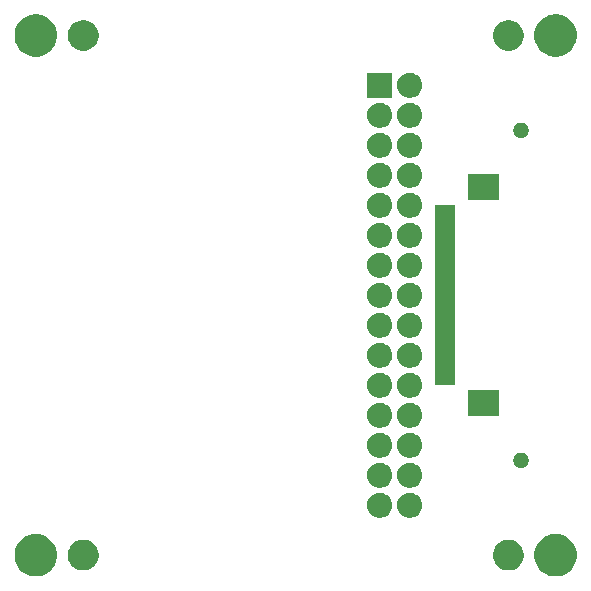
<source format=gbr>
G04 #@! TF.GenerationSoftware,KiCad,Pcbnew,5.0.2-bee76a0~70~ubuntu18.04.1*
G04 #@! TF.CreationDate,2019-06-01T14:58:20+09:00*
G04 #@! TF.ProjectId,top_pcb,746f705f-7063-4622-9e6b-696361645f70,rev?*
G04 #@! TF.SameCoordinates,Original*
G04 #@! TF.FileFunction,Soldermask,Bot*
G04 #@! TF.FilePolarity,Negative*
%FSLAX46Y46*%
G04 Gerber Fmt 4.6, Leading zero omitted, Abs format (unit mm)*
G04 Created by KiCad (PCBNEW 5.0.2-bee76a0~70~ubuntu18.04.1) date 2019年06月01日 14時58分20秒*
%MOMM*%
%LPD*%
G01*
G04 APERTURE LIST*
%ADD10C,0.100000*%
G04 APERTURE END LIST*
D10*
G36*
X147409122Y-95246115D02*
X147525041Y-95269173D01*
X147852620Y-95404861D01*
X148143511Y-95599228D01*
X148147436Y-95601851D01*
X148398149Y-95852564D01*
X148398151Y-95852567D01*
X148595139Y-96147380D01*
X148730827Y-96474959D01*
X148800000Y-96822716D01*
X148800000Y-97177284D01*
X148730827Y-97525041D01*
X148595139Y-97852620D01*
X148400772Y-98143511D01*
X148398149Y-98147436D01*
X148147436Y-98398149D01*
X148147433Y-98398151D01*
X147852620Y-98595139D01*
X147525041Y-98730827D01*
X147409122Y-98753885D01*
X147177286Y-98800000D01*
X146822714Y-98800000D01*
X146590878Y-98753885D01*
X146474959Y-98730827D01*
X146147380Y-98595139D01*
X145852567Y-98398151D01*
X145852564Y-98398149D01*
X145601851Y-98147436D01*
X145599228Y-98143511D01*
X145404861Y-97852620D01*
X145269173Y-97525041D01*
X145200000Y-97177284D01*
X145200000Y-96822716D01*
X145269173Y-96474959D01*
X145404861Y-96147380D01*
X145601849Y-95852567D01*
X145601851Y-95852564D01*
X145852564Y-95601851D01*
X145856489Y-95599228D01*
X146147380Y-95404861D01*
X146474959Y-95269173D01*
X146590878Y-95246115D01*
X146822714Y-95200000D01*
X147177286Y-95200000D01*
X147409122Y-95246115D01*
X147409122Y-95246115D01*
G37*
G36*
X103409122Y-95246115D02*
X103525041Y-95269173D01*
X103852620Y-95404861D01*
X104143511Y-95599228D01*
X104147436Y-95601851D01*
X104398149Y-95852564D01*
X104398151Y-95852567D01*
X104595139Y-96147380D01*
X104730827Y-96474959D01*
X104800000Y-96822716D01*
X104800000Y-97177284D01*
X104730827Y-97525041D01*
X104595139Y-97852620D01*
X104400772Y-98143511D01*
X104398149Y-98147436D01*
X104147436Y-98398149D01*
X104147433Y-98398151D01*
X103852620Y-98595139D01*
X103525041Y-98730827D01*
X103409122Y-98753885D01*
X103177286Y-98800000D01*
X102822714Y-98800000D01*
X102590878Y-98753885D01*
X102474959Y-98730827D01*
X102147380Y-98595139D01*
X101852567Y-98398151D01*
X101852564Y-98398149D01*
X101601851Y-98147436D01*
X101599228Y-98143511D01*
X101404861Y-97852620D01*
X101269173Y-97525041D01*
X101200000Y-97177284D01*
X101200000Y-96822716D01*
X101269173Y-96474959D01*
X101404861Y-96147380D01*
X101601849Y-95852567D01*
X101601851Y-95852564D01*
X101852564Y-95601851D01*
X101856489Y-95599228D01*
X102147380Y-95404861D01*
X102474959Y-95269173D01*
X102590878Y-95246115D01*
X102822714Y-95200000D01*
X103177286Y-95200000D01*
X103409122Y-95246115D01*
X103409122Y-95246115D01*
G37*
G36*
X107379196Y-95749958D02*
X107615780Y-95847954D01*
X107828705Y-95990226D01*
X108009774Y-96171295D01*
X108152046Y-96384220D01*
X108250042Y-96620804D01*
X108300000Y-96871960D01*
X108300000Y-97128040D01*
X108250042Y-97379196D01*
X108152046Y-97615780D01*
X108009774Y-97828705D01*
X107828705Y-98009774D01*
X107615780Y-98152046D01*
X107379196Y-98250042D01*
X107128040Y-98300000D01*
X106871960Y-98300000D01*
X106620804Y-98250042D01*
X106384220Y-98152046D01*
X106171295Y-98009774D01*
X105990226Y-97828705D01*
X105847954Y-97615780D01*
X105749958Y-97379196D01*
X105700000Y-97128040D01*
X105700000Y-96871960D01*
X105749958Y-96620804D01*
X105847954Y-96384220D01*
X105990226Y-96171295D01*
X106171295Y-95990226D01*
X106384220Y-95847954D01*
X106620804Y-95749958D01*
X106871960Y-95700000D01*
X107128040Y-95700000D01*
X107379196Y-95749958D01*
X107379196Y-95749958D01*
G37*
G36*
X143379196Y-95749958D02*
X143615780Y-95847954D01*
X143828705Y-95990226D01*
X144009774Y-96171295D01*
X144152046Y-96384220D01*
X144250042Y-96620804D01*
X144300000Y-96871960D01*
X144300000Y-97128040D01*
X144250042Y-97379196D01*
X144152046Y-97615780D01*
X144009774Y-97828705D01*
X143828705Y-98009774D01*
X143615780Y-98152046D01*
X143379196Y-98250042D01*
X143128040Y-98300000D01*
X142871960Y-98300000D01*
X142620804Y-98250042D01*
X142384220Y-98152046D01*
X142171295Y-98009774D01*
X141990226Y-97828705D01*
X141847954Y-97615780D01*
X141749958Y-97379196D01*
X141700000Y-97128040D01*
X141700000Y-96871960D01*
X141749958Y-96620804D01*
X141847954Y-96384220D01*
X141990226Y-96171295D01*
X142171295Y-95990226D01*
X142384220Y-95847954D01*
X142620804Y-95749958D01*
X142871960Y-95700000D01*
X143128040Y-95700000D01*
X143379196Y-95749958D01*
X143379196Y-95749958D01*
G37*
G36*
X134773707Y-91737597D02*
X134850836Y-91745193D01*
X134982787Y-91785220D01*
X135048763Y-91805233D01*
X135231172Y-91902733D01*
X135391054Y-92033946D01*
X135522267Y-92193828D01*
X135619767Y-92376237D01*
X135619767Y-92376238D01*
X135679807Y-92574164D01*
X135700080Y-92780000D01*
X135679807Y-92985836D01*
X135639780Y-93117787D01*
X135619767Y-93183763D01*
X135522267Y-93366172D01*
X135391054Y-93526054D01*
X135231172Y-93657267D01*
X135048763Y-93754767D01*
X134982787Y-93774780D01*
X134850836Y-93814807D01*
X134773707Y-93822403D01*
X134696580Y-93830000D01*
X134593420Y-93830000D01*
X134516293Y-93822403D01*
X134439164Y-93814807D01*
X134307213Y-93774780D01*
X134241237Y-93754767D01*
X134058828Y-93657267D01*
X133898946Y-93526054D01*
X133767733Y-93366172D01*
X133670233Y-93183763D01*
X133650220Y-93117787D01*
X133610193Y-92985836D01*
X133589920Y-92780000D01*
X133610193Y-92574164D01*
X133670233Y-92376238D01*
X133670233Y-92376237D01*
X133767733Y-92193828D01*
X133898946Y-92033946D01*
X134058828Y-91902733D01*
X134241237Y-91805233D01*
X134307213Y-91785220D01*
X134439164Y-91745193D01*
X134516293Y-91737597D01*
X134593420Y-91730000D01*
X134696580Y-91730000D01*
X134773707Y-91737597D01*
X134773707Y-91737597D01*
G37*
G36*
X132233707Y-91737597D02*
X132310836Y-91745193D01*
X132442787Y-91785220D01*
X132508763Y-91805233D01*
X132691172Y-91902733D01*
X132851054Y-92033946D01*
X132982267Y-92193828D01*
X133079767Y-92376237D01*
X133079767Y-92376238D01*
X133139807Y-92574164D01*
X133160080Y-92780000D01*
X133139807Y-92985836D01*
X133099780Y-93117787D01*
X133079767Y-93183763D01*
X132982267Y-93366172D01*
X132851054Y-93526054D01*
X132691172Y-93657267D01*
X132508763Y-93754767D01*
X132442787Y-93774780D01*
X132310836Y-93814807D01*
X132233707Y-93822403D01*
X132156580Y-93830000D01*
X132053420Y-93830000D01*
X131976293Y-93822403D01*
X131899164Y-93814807D01*
X131767213Y-93774780D01*
X131701237Y-93754767D01*
X131518828Y-93657267D01*
X131358946Y-93526054D01*
X131227733Y-93366172D01*
X131130233Y-93183763D01*
X131110220Y-93117787D01*
X131070193Y-92985836D01*
X131049920Y-92780000D01*
X131070193Y-92574164D01*
X131130233Y-92376238D01*
X131130233Y-92376237D01*
X131227733Y-92193828D01*
X131358946Y-92033946D01*
X131518828Y-91902733D01*
X131701237Y-91805233D01*
X131767213Y-91785220D01*
X131899164Y-91745193D01*
X131976293Y-91737597D01*
X132053420Y-91730000D01*
X132156580Y-91730000D01*
X132233707Y-91737597D01*
X132233707Y-91737597D01*
G37*
G36*
X134773707Y-89197597D02*
X134850836Y-89205193D01*
X134982787Y-89245220D01*
X135048763Y-89265233D01*
X135231172Y-89362733D01*
X135391054Y-89493946D01*
X135522267Y-89653828D01*
X135619767Y-89836237D01*
X135619767Y-89836238D01*
X135679807Y-90034164D01*
X135700080Y-90240000D01*
X135679807Y-90445836D01*
X135639780Y-90577787D01*
X135619767Y-90643763D01*
X135522267Y-90826172D01*
X135391054Y-90986054D01*
X135231172Y-91117267D01*
X135048763Y-91214767D01*
X134982787Y-91234780D01*
X134850836Y-91274807D01*
X134773707Y-91282404D01*
X134696580Y-91290000D01*
X134593420Y-91290000D01*
X134516293Y-91282404D01*
X134439164Y-91274807D01*
X134307213Y-91234780D01*
X134241237Y-91214767D01*
X134058828Y-91117267D01*
X133898946Y-90986054D01*
X133767733Y-90826172D01*
X133670233Y-90643763D01*
X133650220Y-90577787D01*
X133610193Y-90445836D01*
X133589920Y-90240000D01*
X133610193Y-90034164D01*
X133670233Y-89836238D01*
X133670233Y-89836237D01*
X133767733Y-89653828D01*
X133898946Y-89493946D01*
X134058828Y-89362733D01*
X134241237Y-89265233D01*
X134307213Y-89245220D01*
X134439164Y-89205193D01*
X134516293Y-89197597D01*
X134593420Y-89190000D01*
X134696580Y-89190000D01*
X134773707Y-89197597D01*
X134773707Y-89197597D01*
G37*
G36*
X132233707Y-89197597D02*
X132310836Y-89205193D01*
X132442787Y-89245220D01*
X132508763Y-89265233D01*
X132691172Y-89362733D01*
X132851054Y-89493946D01*
X132982267Y-89653828D01*
X133079767Y-89836237D01*
X133079767Y-89836238D01*
X133139807Y-90034164D01*
X133160080Y-90240000D01*
X133139807Y-90445836D01*
X133099780Y-90577787D01*
X133079767Y-90643763D01*
X132982267Y-90826172D01*
X132851054Y-90986054D01*
X132691172Y-91117267D01*
X132508763Y-91214767D01*
X132442787Y-91234780D01*
X132310836Y-91274807D01*
X132233707Y-91282404D01*
X132156580Y-91290000D01*
X132053420Y-91290000D01*
X131976293Y-91282404D01*
X131899164Y-91274807D01*
X131767213Y-91234780D01*
X131701237Y-91214767D01*
X131518828Y-91117267D01*
X131358946Y-90986054D01*
X131227733Y-90826172D01*
X131130233Y-90643763D01*
X131110220Y-90577787D01*
X131070193Y-90445836D01*
X131049920Y-90240000D01*
X131070193Y-90034164D01*
X131130233Y-89836238D01*
X131130233Y-89836237D01*
X131227733Y-89653828D01*
X131358946Y-89493946D01*
X131518828Y-89362733D01*
X131701237Y-89265233D01*
X131767213Y-89245220D01*
X131899164Y-89205193D01*
X131976293Y-89197597D01*
X132053420Y-89190000D01*
X132156580Y-89190000D01*
X132233707Y-89197597D01*
X132233707Y-89197597D01*
G37*
G36*
X144221738Y-88336653D02*
X144263598Y-88344979D01*
X144298245Y-88359330D01*
X144381890Y-88393977D01*
X144488354Y-88465114D01*
X144578886Y-88555646D01*
X144650023Y-88662110D01*
X144699021Y-88780403D01*
X144724000Y-88905979D01*
X144724000Y-89034021D01*
X144699021Y-89159597D01*
X144650023Y-89277890D01*
X144578886Y-89384354D01*
X144488354Y-89474886D01*
X144381890Y-89546023D01*
X144298245Y-89580670D01*
X144263598Y-89595021D01*
X144221738Y-89603347D01*
X144138021Y-89620000D01*
X144009979Y-89620000D01*
X143926262Y-89603347D01*
X143884402Y-89595021D01*
X143849755Y-89580670D01*
X143766110Y-89546023D01*
X143659646Y-89474886D01*
X143569114Y-89384354D01*
X143497977Y-89277890D01*
X143448979Y-89159597D01*
X143424000Y-89034021D01*
X143424000Y-88905979D01*
X143448979Y-88780403D01*
X143497977Y-88662110D01*
X143569114Y-88555646D01*
X143659646Y-88465114D01*
X143766110Y-88393977D01*
X143849755Y-88359330D01*
X143884402Y-88344979D01*
X143926262Y-88336653D01*
X144009979Y-88320000D01*
X144138021Y-88320000D01*
X144221738Y-88336653D01*
X144221738Y-88336653D01*
G37*
G36*
X132233707Y-86657597D02*
X132310836Y-86665193D01*
X132442787Y-86705220D01*
X132508763Y-86725233D01*
X132691172Y-86822733D01*
X132851054Y-86953946D01*
X132982267Y-87113828D01*
X133079767Y-87296237D01*
X133079767Y-87296238D01*
X133139807Y-87494164D01*
X133160080Y-87700000D01*
X133139807Y-87905836D01*
X133099780Y-88037787D01*
X133079767Y-88103763D01*
X132982267Y-88286172D01*
X132851054Y-88446054D01*
X132691172Y-88577267D01*
X132508763Y-88674767D01*
X132442787Y-88694780D01*
X132310836Y-88734807D01*
X132233707Y-88742403D01*
X132156580Y-88750000D01*
X132053420Y-88750000D01*
X131976293Y-88742403D01*
X131899164Y-88734807D01*
X131767213Y-88694780D01*
X131701237Y-88674767D01*
X131518828Y-88577267D01*
X131358946Y-88446054D01*
X131227733Y-88286172D01*
X131130233Y-88103763D01*
X131110220Y-88037787D01*
X131070193Y-87905836D01*
X131049920Y-87700000D01*
X131070193Y-87494164D01*
X131130233Y-87296238D01*
X131130233Y-87296237D01*
X131227733Y-87113828D01*
X131358946Y-86953946D01*
X131518828Y-86822733D01*
X131701237Y-86725233D01*
X131767213Y-86705220D01*
X131899164Y-86665193D01*
X131976293Y-86657597D01*
X132053420Y-86650000D01*
X132156580Y-86650000D01*
X132233707Y-86657597D01*
X132233707Y-86657597D01*
G37*
G36*
X134773707Y-86657597D02*
X134850836Y-86665193D01*
X134982787Y-86705220D01*
X135048763Y-86725233D01*
X135231172Y-86822733D01*
X135391054Y-86953946D01*
X135522267Y-87113828D01*
X135619767Y-87296237D01*
X135619767Y-87296238D01*
X135679807Y-87494164D01*
X135700080Y-87700000D01*
X135679807Y-87905836D01*
X135639780Y-88037787D01*
X135619767Y-88103763D01*
X135522267Y-88286172D01*
X135391054Y-88446054D01*
X135231172Y-88577267D01*
X135048763Y-88674767D01*
X134982787Y-88694780D01*
X134850836Y-88734807D01*
X134773707Y-88742403D01*
X134696580Y-88750000D01*
X134593420Y-88750000D01*
X134516293Y-88742403D01*
X134439164Y-88734807D01*
X134307213Y-88694780D01*
X134241237Y-88674767D01*
X134058828Y-88577267D01*
X133898946Y-88446054D01*
X133767733Y-88286172D01*
X133670233Y-88103763D01*
X133650220Y-88037787D01*
X133610193Y-87905836D01*
X133589920Y-87700000D01*
X133610193Y-87494164D01*
X133670233Y-87296238D01*
X133670233Y-87296237D01*
X133767733Y-87113828D01*
X133898946Y-86953946D01*
X134058828Y-86822733D01*
X134241237Y-86725233D01*
X134307213Y-86705220D01*
X134439164Y-86665193D01*
X134516293Y-86657597D01*
X134593420Y-86650000D01*
X134696580Y-86650000D01*
X134773707Y-86657597D01*
X134773707Y-86657597D01*
G37*
G36*
X132233707Y-84117597D02*
X132310836Y-84125193D01*
X132442787Y-84165220D01*
X132508763Y-84185233D01*
X132691172Y-84282733D01*
X132851054Y-84413946D01*
X132982267Y-84573828D01*
X133079767Y-84756237D01*
X133079767Y-84756238D01*
X133139807Y-84954164D01*
X133160080Y-85160000D01*
X133139807Y-85365836D01*
X133099780Y-85497787D01*
X133079767Y-85563763D01*
X132982267Y-85746172D01*
X132851054Y-85906054D01*
X132691172Y-86037267D01*
X132508763Y-86134767D01*
X132442787Y-86154780D01*
X132310836Y-86194807D01*
X132233707Y-86202404D01*
X132156580Y-86210000D01*
X132053420Y-86210000D01*
X131976293Y-86202404D01*
X131899164Y-86194807D01*
X131767213Y-86154780D01*
X131701237Y-86134767D01*
X131518828Y-86037267D01*
X131358946Y-85906054D01*
X131227733Y-85746172D01*
X131130233Y-85563763D01*
X131110220Y-85497787D01*
X131070193Y-85365836D01*
X131049920Y-85160000D01*
X131070193Y-84954164D01*
X131130233Y-84756238D01*
X131130233Y-84756237D01*
X131227733Y-84573828D01*
X131358946Y-84413946D01*
X131518828Y-84282733D01*
X131701237Y-84185233D01*
X131767213Y-84165220D01*
X131899164Y-84125193D01*
X131976293Y-84117597D01*
X132053420Y-84110000D01*
X132156580Y-84110000D01*
X132233707Y-84117597D01*
X132233707Y-84117597D01*
G37*
G36*
X134773707Y-84117597D02*
X134850836Y-84125193D01*
X134982787Y-84165220D01*
X135048763Y-84185233D01*
X135231172Y-84282733D01*
X135391054Y-84413946D01*
X135522267Y-84573828D01*
X135619767Y-84756237D01*
X135619767Y-84756238D01*
X135679807Y-84954164D01*
X135700080Y-85160000D01*
X135679807Y-85365836D01*
X135639780Y-85497787D01*
X135619767Y-85563763D01*
X135522267Y-85746172D01*
X135391054Y-85906054D01*
X135231172Y-86037267D01*
X135048763Y-86134767D01*
X134982787Y-86154780D01*
X134850836Y-86194807D01*
X134773707Y-86202404D01*
X134696580Y-86210000D01*
X134593420Y-86210000D01*
X134516293Y-86202404D01*
X134439164Y-86194807D01*
X134307213Y-86154780D01*
X134241237Y-86134767D01*
X134058828Y-86037267D01*
X133898946Y-85906054D01*
X133767733Y-85746172D01*
X133670233Y-85563763D01*
X133650220Y-85497787D01*
X133610193Y-85365836D01*
X133589920Y-85160000D01*
X133610193Y-84954164D01*
X133670233Y-84756238D01*
X133670233Y-84756237D01*
X133767733Y-84573828D01*
X133898946Y-84413946D01*
X134058828Y-84282733D01*
X134241237Y-84185233D01*
X134307213Y-84165220D01*
X134439164Y-84125193D01*
X134516293Y-84117597D01*
X134593420Y-84110000D01*
X134696580Y-84110000D01*
X134773707Y-84117597D01*
X134773707Y-84117597D01*
G37*
G36*
X142200000Y-85250000D02*
X139600000Y-85250000D01*
X139600000Y-83050000D01*
X142200000Y-83050000D01*
X142200000Y-85250000D01*
X142200000Y-85250000D01*
G37*
G36*
X134773707Y-81577597D02*
X134850836Y-81585193D01*
X134982787Y-81625220D01*
X135048763Y-81645233D01*
X135231172Y-81742733D01*
X135391054Y-81873946D01*
X135522267Y-82033828D01*
X135619767Y-82216237D01*
X135619767Y-82216238D01*
X135679807Y-82414164D01*
X135700080Y-82620000D01*
X135679807Y-82825836D01*
X135639780Y-82957787D01*
X135619767Y-83023763D01*
X135522267Y-83206172D01*
X135391054Y-83366054D01*
X135231172Y-83497267D01*
X135048763Y-83594767D01*
X134982787Y-83614780D01*
X134850836Y-83654807D01*
X134773707Y-83662403D01*
X134696580Y-83670000D01*
X134593420Y-83670000D01*
X134516293Y-83662403D01*
X134439164Y-83654807D01*
X134307213Y-83614780D01*
X134241237Y-83594767D01*
X134058828Y-83497267D01*
X133898946Y-83366054D01*
X133767733Y-83206172D01*
X133670233Y-83023763D01*
X133650220Y-82957787D01*
X133610193Y-82825836D01*
X133589920Y-82620000D01*
X133610193Y-82414164D01*
X133670233Y-82216238D01*
X133670233Y-82216237D01*
X133767733Y-82033828D01*
X133898946Y-81873946D01*
X134058828Y-81742733D01*
X134241237Y-81645233D01*
X134307213Y-81625220D01*
X134439164Y-81585193D01*
X134516293Y-81577597D01*
X134593420Y-81570000D01*
X134696580Y-81570000D01*
X134773707Y-81577597D01*
X134773707Y-81577597D01*
G37*
G36*
X132233707Y-81577597D02*
X132310836Y-81585193D01*
X132442787Y-81625220D01*
X132508763Y-81645233D01*
X132691172Y-81742733D01*
X132851054Y-81873946D01*
X132982267Y-82033828D01*
X133079767Y-82216237D01*
X133079767Y-82216238D01*
X133139807Y-82414164D01*
X133160080Y-82620000D01*
X133139807Y-82825836D01*
X133099780Y-82957787D01*
X133079767Y-83023763D01*
X132982267Y-83206172D01*
X132851054Y-83366054D01*
X132691172Y-83497267D01*
X132508763Y-83594767D01*
X132442787Y-83614780D01*
X132310836Y-83654807D01*
X132233707Y-83662403D01*
X132156580Y-83670000D01*
X132053420Y-83670000D01*
X131976293Y-83662403D01*
X131899164Y-83654807D01*
X131767213Y-83614780D01*
X131701237Y-83594767D01*
X131518828Y-83497267D01*
X131358946Y-83366054D01*
X131227733Y-83206172D01*
X131130233Y-83023763D01*
X131110220Y-82957787D01*
X131070193Y-82825836D01*
X131049920Y-82620000D01*
X131070193Y-82414164D01*
X131130233Y-82216238D01*
X131130233Y-82216237D01*
X131227733Y-82033828D01*
X131358946Y-81873946D01*
X131518828Y-81742733D01*
X131701237Y-81645233D01*
X131767213Y-81625220D01*
X131899164Y-81585193D01*
X131976293Y-81577597D01*
X132053420Y-81570000D01*
X132156580Y-81570000D01*
X132233707Y-81577597D01*
X132233707Y-81577597D01*
G37*
G36*
X138500000Y-82600000D02*
X136800000Y-82600000D01*
X136800000Y-67400000D01*
X138500000Y-67400000D01*
X138500000Y-82600000D01*
X138500000Y-82600000D01*
G37*
G36*
X134773707Y-79037597D02*
X134850836Y-79045193D01*
X134982787Y-79085220D01*
X135048763Y-79105233D01*
X135231172Y-79202733D01*
X135391054Y-79333946D01*
X135522267Y-79493828D01*
X135619767Y-79676237D01*
X135619767Y-79676238D01*
X135679807Y-79874164D01*
X135700080Y-80080000D01*
X135679807Y-80285836D01*
X135645176Y-80400000D01*
X135619767Y-80483763D01*
X135522267Y-80666172D01*
X135391054Y-80826054D01*
X135231172Y-80957267D01*
X135048763Y-81054767D01*
X134982787Y-81074780D01*
X134850836Y-81114807D01*
X134773707Y-81122404D01*
X134696580Y-81130000D01*
X134593420Y-81130000D01*
X134516293Y-81122404D01*
X134439164Y-81114807D01*
X134307213Y-81074780D01*
X134241237Y-81054767D01*
X134058828Y-80957267D01*
X133898946Y-80826054D01*
X133767733Y-80666172D01*
X133670233Y-80483763D01*
X133644824Y-80400000D01*
X133610193Y-80285836D01*
X133589920Y-80080000D01*
X133610193Y-79874164D01*
X133670233Y-79676238D01*
X133670233Y-79676237D01*
X133767733Y-79493828D01*
X133898946Y-79333946D01*
X134058828Y-79202733D01*
X134241237Y-79105233D01*
X134307213Y-79085220D01*
X134439164Y-79045193D01*
X134516293Y-79037597D01*
X134593420Y-79030000D01*
X134696580Y-79030000D01*
X134773707Y-79037597D01*
X134773707Y-79037597D01*
G37*
G36*
X132233707Y-79037597D02*
X132310836Y-79045193D01*
X132442787Y-79085220D01*
X132508763Y-79105233D01*
X132691172Y-79202733D01*
X132851054Y-79333946D01*
X132982267Y-79493828D01*
X133079767Y-79676237D01*
X133079767Y-79676238D01*
X133139807Y-79874164D01*
X133160080Y-80080000D01*
X133139807Y-80285836D01*
X133105176Y-80400000D01*
X133079767Y-80483763D01*
X132982267Y-80666172D01*
X132851054Y-80826054D01*
X132691172Y-80957267D01*
X132508763Y-81054767D01*
X132442787Y-81074780D01*
X132310836Y-81114807D01*
X132233707Y-81122404D01*
X132156580Y-81130000D01*
X132053420Y-81130000D01*
X131976293Y-81122404D01*
X131899164Y-81114807D01*
X131767213Y-81074780D01*
X131701237Y-81054767D01*
X131518828Y-80957267D01*
X131358946Y-80826054D01*
X131227733Y-80666172D01*
X131130233Y-80483763D01*
X131104824Y-80400000D01*
X131070193Y-80285836D01*
X131049920Y-80080000D01*
X131070193Y-79874164D01*
X131130233Y-79676238D01*
X131130233Y-79676237D01*
X131227733Y-79493828D01*
X131358946Y-79333946D01*
X131518828Y-79202733D01*
X131701237Y-79105233D01*
X131767213Y-79085220D01*
X131899164Y-79045193D01*
X131976293Y-79037597D01*
X132053420Y-79030000D01*
X132156580Y-79030000D01*
X132233707Y-79037597D01*
X132233707Y-79037597D01*
G37*
G36*
X132233707Y-76497597D02*
X132310836Y-76505193D01*
X132442787Y-76545220D01*
X132508763Y-76565233D01*
X132691172Y-76662733D01*
X132851054Y-76793946D01*
X132982267Y-76953828D01*
X133079767Y-77136237D01*
X133079767Y-77136238D01*
X133139807Y-77334164D01*
X133160080Y-77540000D01*
X133139807Y-77745836D01*
X133099780Y-77877787D01*
X133079767Y-77943763D01*
X132982267Y-78126172D01*
X132851054Y-78286054D01*
X132691172Y-78417267D01*
X132508763Y-78514767D01*
X132442787Y-78534780D01*
X132310836Y-78574807D01*
X132233707Y-78582404D01*
X132156580Y-78590000D01*
X132053420Y-78590000D01*
X131976293Y-78582404D01*
X131899164Y-78574807D01*
X131767213Y-78534780D01*
X131701237Y-78514767D01*
X131518828Y-78417267D01*
X131358946Y-78286054D01*
X131227733Y-78126172D01*
X131130233Y-77943763D01*
X131110220Y-77877787D01*
X131070193Y-77745836D01*
X131049920Y-77540000D01*
X131070193Y-77334164D01*
X131130233Y-77136238D01*
X131130233Y-77136237D01*
X131227733Y-76953828D01*
X131358946Y-76793946D01*
X131518828Y-76662733D01*
X131701237Y-76565233D01*
X131767213Y-76545220D01*
X131899164Y-76505193D01*
X131976293Y-76497597D01*
X132053420Y-76490000D01*
X132156580Y-76490000D01*
X132233707Y-76497597D01*
X132233707Y-76497597D01*
G37*
G36*
X134773707Y-76497597D02*
X134850836Y-76505193D01*
X134982787Y-76545220D01*
X135048763Y-76565233D01*
X135231172Y-76662733D01*
X135391054Y-76793946D01*
X135522267Y-76953828D01*
X135619767Y-77136237D01*
X135619767Y-77136238D01*
X135679807Y-77334164D01*
X135700080Y-77540000D01*
X135679807Y-77745836D01*
X135639780Y-77877787D01*
X135619767Y-77943763D01*
X135522267Y-78126172D01*
X135391054Y-78286054D01*
X135231172Y-78417267D01*
X135048763Y-78514767D01*
X134982787Y-78534780D01*
X134850836Y-78574807D01*
X134773707Y-78582404D01*
X134696580Y-78590000D01*
X134593420Y-78590000D01*
X134516293Y-78582404D01*
X134439164Y-78574807D01*
X134307213Y-78534780D01*
X134241237Y-78514767D01*
X134058828Y-78417267D01*
X133898946Y-78286054D01*
X133767733Y-78126172D01*
X133670233Y-77943763D01*
X133650220Y-77877787D01*
X133610193Y-77745836D01*
X133589920Y-77540000D01*
X133610193Y-77334164D01*
X133670233Y-77136238D01*
X133670233Y-77136237D01*
X133767733Y-76953828D01*
X133898946Y-76793946D01*
X134058828Y-76662733D01*
X134241237Y-76565233D01*
X134307213Y-76545220D01*
X134439164Y-76505193D01*
X134516293Y-76497597D01*
X134593420Y-76490000D01*
X134696580Y-76490000D01*
X134773707Y-76497597D01*
X134773707Y-76497597D01*
G37*
G36*
X132233707Y-73957596D02*
X132310836Y-73965193D01*
X132442787Y-74005220D01*
X132508763Y-74025233D01*
X132691172Y-74122733D01*
X132851054Y-74253946D01*
X132982267Y-74413828D01*
X133079767Y-74596237D01*
X133079767Y-74596238D01*
X133139807Y-74794164D01*
X133160080Y-75000000D01*
X133139807Y-75205836D01*
X133099780Y-75337787D01*
X133079767Y-75403763D01*
X132982267Y-75586172D01*
X132851054Y-75746054D01*
X132691172Y-75877267D01*
X132508763Y-75974767D01*
X132442787Y-75994780D01*
X132310836Y-76034807D01*
X132233707Y-76042404D01*
X132156580Y-76050000D01*
X132053420Y-76050000D01*
X131976293Y-76042404D01*
X131899164Y-76034807D01*
X131767213Y-75994780D01*
X131701237Y-75974767D01*
X131518828Y-75877267D01*
X131358946Y-75746054D01*
X131227733Y-75586172D01*
X131130233Y-75403763D01*
X131110220Y-75337787D01*
X131070193Y-75205836D01*
X131049920Y-75000000D01*
X131070193Y-74794164D01*
X131130233Y-74596238D01*
X131130233Y-74596237D01*
X131227733Y-74413828D01*
X131358946Y-74253946D01*
X131518828Y-74122733D01*
X131701237Y-74025233D01*
X131767213Y-74005220D01*
X131899164Y-73965193D01*
X131976293Y-73957596D01*
X132053420Y-73950000D01*
X132156580Y-73950000D01*
X132233707Y-73957596D01*
X132233707Y-73957596D01*
G37*
G36*
X134773707Y-73957596D02*
X134850836Y-73965193D01*
X134982787Y-74005220D01*
X135048763Y-74025233D01*
X135231172Y-74122733D01*
X135391054Y-74253946D01*
X135522267Y-74413828D01*
X135619767Y-74596237D01*
X135619767Y-74596238D01*
X135679807Y-74794164D01*
X135700080Y-75000000D01*
X135679807Y-75205836D01*
X135639780Y-75337787D01*
X135619767Y-75403763D01*
X135522267Y-75586172D01*
X135391054Y-75746054D01*
X135231172Y-75877267D01*
X135048763Y-75974767D01*
X134982787Y-75994780D01*
X134850836Y-76034807D01*
X134773707Y-76042404D01*
X134696580Y-76050000D01*
X134593420Y-76050000D01*
X134516293Y-76042404D01*
X134439164Y-76034807D01*
X134307213Y-75994780D01*
X134241237Y-75974767D01*
X134058828Y-75877267D01*
X133898946Y-75746054D01*
X133767733Y-75586172D01*
X133670233Y-75403763D01*
X133650220Y-75337787D01*
X133610193Y-75205836D01*
X133589920Y-75000000D01*
X133610193Y-74794164D01*
X133670233Y-74596238D01*
X133670233Y-74596237D01*
X133767733Y-74413828D01*
X133898946Y-74253946D01*
X134058828Y-74122733D01*
X134241237Y-74025233D01*
X134307213Y-74005220D01*
X134439164Y-73965193D01*
X134516293Y-73957596D01*
X134593420Y-73950000D01*
X134696580Y-73950000D01*
X134773707Y-73957596D01*
X134773707Y-73957596D01*
G37*
G36*
X134773707Y-71417596D02*
X134850836Y-71425193D01*
X134982787Y-71465220D01*
X135048763Y-71485233D01*
X135231172Y-71582733D01*
X135391054Y-71713946D01*
X135522267Y-71873828D01*
X135619767Y-72056237D01*
X135619767Y-72056238D01*
X135679807Y-72254164D01*
X135700080Y-72460000D01*
X135679807Y-72665836D01*
X135639780Y-72797787D01*
X135619767Y-72863763D01*
X135522267Y-73046172D01*
X135391054Y-73206054D01*
X135231172Y-73337267D01*
X135048763Y-73434767D01*
X134982787Y-73454780D01*
X134850836Y-73494807D01*
X134773707Y-73502404D01*
X134696580Y-73510000D01*
X134593420Y-73510000D01*
X134516293Y-73502404D01*
X134439164Y-73494807D01*
X134307213Y-73454780D01*
X134241237Y-73434767D01*
X134058828Y-73337267D01*
X133898946Y-73206054D01*
X133767733Y-73046172D01*
X133670233Y-72863763D01*
X133650220Y-72797787D01*
X133610193Y-72665836D01*
X133589920Y-72460000D01*
X133610193Y-72254164D01*
X133670233Y-72056238D01*
X133670233Y-72056237D01*
X133767733Y-71873828D01*
X133898946Y-71713946D01*
X134058828Y-71582733D01*
X134241237Y-71485233D01*
X134307213Y-71465220D01*
X134439164Y-71425193D01*
X134516293Y-71417596D01*
X134593420Y-71410000D01*
X134696580Y-71410000D01*
X134773707Y-71417596D01*
X134773707Y-71417596D01*
G37*
G36*
X132233707Y-71417596D02*
X132310836Y-71425193D01*
X132442787Y-71465220D01*
X132508763Y-71485233D01*
X132691172Y-71582733D01*
X132851054Y-71713946D01*
X132982267Y-71873828D01*
X133079767Y-72056237D01*
X133079767Y-72056238D01*
X133139807Y-72254164D01*
X133160080Y-72460000D01*
X133139807Y-72665836D01*
X133099780Y-72797787D01*
X133079767Y-72863763D01*
X132982267Y-73046172D01*
X132851054Y-73206054D01*
X132691172Y-73337267D01*
X132508763Y-73434767D01*
X132442787Y-73454780D01*
X132310836Y-73494807D01*
X132233707Y-73502404D01*
X132156580Y-73510000D01*
X132053420Y-73510000D01*
X131976293Y-73502404D01*
X131899164Y-73494807D01*
X131767213Y-73454780D01*
X131701237Y-73434767D01*
X131518828Y-73337267D01*
X131358946Y-73206054D01*
X131227733Y-73046172D01*
X131130233Y-72863763D01*
X131110220Y-72797787D01*
X131070193Y-72665836D01*
X131049920Y-72460000D01*
X131070193Y-72254164D01*
X131130233Y-72056238D01*
X131130233Y-72056237D01*
X131227733Y-71873828D01*
X131358946Y-71713946D01*
X131518828Y-71582733D01*
X131701237Y-71485233D01*
X131767213Y-71465220D01*
X131899164Y-71425193D01*
X131976293Y-71417596D01*
X132053420Y-71410000D01*
X132156580Y-71410000D01*
X132233707Y-71417596D01*
X132233707Y-71417596D01*
G37*
G36*
X132233707Y-68877596D02*
X132310836Y-68885193D01*
X132442787Y-68925220D01*
X132508763Y-68945233D01*
X132691172Y-69042733D01*
X132851054Y-69173946D01*
X132982267Y-69333828D01*
X133079767Y-69516237D01*
X133079767Y-69516238D01*
X133139807Y-69714164D01*
X133160080Y-69920000D01*
X133139807Y-70125836D01*
X133099780Y-70257787D01*
X133079767Y-70323763D01*
X132982267Y-70506172D01*
X132851054Y-70666054D01*
X132691172Y-70797267D01*
X132508763Y-70894767D01*
X132442787Y-70914780D01*
X132310836Y-70954807D01*
X132233707Y-70962404D01*
X132156580Y-70970000D01*
X132053420Y-70970000D01*
X131976293Y-70962404D01*
X131899164Y-70954807D01*
X131767213Y-70914780D01*
X131701237Y-70894767D01*
X131518828Y-70797267D01*
X131358946Y-70666054D01*
X131227733Y-70506172D01*
X131130233Y-70323763D01*
X131110220Y-70257787D01*
X131070193Y-70125836D01*
X131049920Y-69920000D01*
X131070193Y-69714164D01*
X131130233Y-69516238D01*
X131130233Y-69516237D01*
X131227733Y-69333828D01*
X131358946Y-69173946D01*
X131518828Y-69042733D01*
X131701237Y-68945233D01*
X131767213Y-68925220D01*
X131899164Y-68885193D01*
X131976293Y-68877596D01*
X132053420Y-68870000D01*
X132156580Y-68870000D01*
X132233707Y-68877596D01*
X132233707Y-68877596D01*
G37*
G36*
X134773707Y-68877596D02*
X134850836Y-68885193D01*
X134982787Y-68925220D01*
X135048763Y-68945233D01*
X135231172Y-69042733D01*
X135391054Y-69173946D01*
X135522267Y-69333828D01*
X135619767Y-69516237D01*
X135619767Y-69516238D01*
X135679807Y-69714164D01*
X135700080Y-69920000D01*
X135679807Y-70125836D01*
X135639780Y-70257787D01*
X135619767Y-70323763D01*
X135522267Y-70506172D01*
X135391054Y-70666054D01*
X135231172Y-70797267D01*
X135048763Y-70894767D01*
X134982787Y-70914780D01*
X134850836Y-70954807D01*
X134773707Y-70962404D01*
X134696580Y-70970000D01*
X134593420Y-70970000D01*
X134516293Y-70962404D01*
X134439164Y-70954807D01*
X134307213Y-70914780D01*
X134241237Y-70894767D01*
X134058828Y-70797267D01*
X133898946Y-70666054D01*
X133767733Y-70506172D01*
X133670233Y-70323763D01*
X133650220Y-70257787D01*
X133610193Y-70125836D01*
X133589920Y-69920000D01*
X133610193Y-69714164D01*
X133670233Y-69516238D01*
X133670233Y-69516237D01*
X133767733Y-69333828D01*
X133898946Y-69173946D01*
X134058828Y-69042733D01*
X134241237Y-68945233D01*
X134307213Y-68925220D01*
X134439164Y-68885193D01*
X134516293Y-68877596D01*
X134593420Y-68870000D01*
X134696580Y-68870000D01*
X134773707Y-68877596D01*
X134773707Y-68877596D01*
G37*
G36*
X132233707Y-66337596D02*
X132310836Y-66345193D01*
X132442787Y-66385220D01*
X132508763Y-66405233D01*
X132691172Y-66502733D01*
X132851054Y-66633946D01*
X132982267Y-66793828D01*
X133079767Y-66976237D01*
X133079767Y-66976238D01*
X133139807Y-67174164D01*
X133160080Y-67380000D01*
X133139807Y-67585836D01*
X133099780Y-67717787D01*
X133079767Y-67783763D01*
X132982267Y-67966172D01*
X132851054Y-68126054D01*
X132691172Y-68257267D01*
X132508763Y-68354767D01*
X132442787Y-68374780D01*
X132310836Y-68414807D01*
X132233707Y-68422403D01*
X132156580Y-68430000D01*
X132053420Y-68430000D01*
X131976293Y-68422403D01*
X131899164Y-68414807D01*
X131767213Y-68374780D01*
X131701237Y-68354767D01*
X131518828Y-68257267D01*
X131358946Y-68126054D01*
X131227733Y-67966172D01*
X131130233Y-67783763D01*
X131110220Y-67717787D01*
X131070193Y-67585836D01*
X131049920Y-67380000D01*
X131070193Y-67174164D01*
X131130233Y-66976238D01*
X131130233Y-66976237D01*
X131227733Y-66793828D01*
X131358946Y-66633946D01*
X131518828Y-66502733D01*
X131701237Y-66405233D01*
X131767213Y-66385220D01*
X131899164Y-66345193D01*
X131976293Y-66337596D01*
X132053420Y-66330000D01*
X132156580Y-66330000D01*
X132233707Y-66337596D01*
X132233707Y-66337596D01*
G37*
G36*
X134773707Y-66337596D02*
X134850836Y-66345193D01*
X134982787Y-66385220D01*
X135048763Y-66405233D01*
X135231172Y-66502733D01*
X135391054Y-66633946D01*
X135522267Y-66793828D01*
X135619767Y-66976237D01*
X135619767Y-66976238D01*
X135679807Y-67174164D01*
X135700080Y-67380000D01*
X135679807Y-67585836D01*
X135639780Y-67717787D01*
X135619767Y-67783763D01*
X135522267Y-67966172D01*
X135391054Y-68126054D01*
X135231172Y-68257267D01*
X135048763Y-68354767D01*
X134982787Y-68374780D01*
X134850836Y-68414807D01*
X134773707Y-68422403D01*
X134696580Y-68430000D01*
X134593420Y-68430000D01*
X134516293Y-68422403D01*
X134439164Y-68414807D01*
X134307213Y-68374780D01*
X134241237Y-68354767D01*
X134058828Y-68257267D01*
X133898946Y-68126054D01*
X133767733Y-67966172D01*
X133670233Y-67783763D01*
X133650220Y-67717787D01*
X133610193Y-67585836D01*
X133589920Y-67380000D01*
X133610193Y-67174164D01*
X133670233Y-66976238D01*
X133670233Y-66976237D01*
X133767733Y-66793828D01*
X133898946Y-66633946D01*
X134058828Y-66502733D01*
X134241237Y-66405233D01*
X134307213Y-66385220D01*
X134439164Y-66345193D01*
X134516293Y-66337596D01*
X134593420Y-66330000D01*
X134696580Y-66330000D01*
X134773707Y-66337596D01*
X134773707Y-66337596D01*
G37*
G36*
X142200000Y-66950000D02*
X139600000Y-66950000D01*
X139600000Y-64750000D01*
X142200000Y-64750000D01*
X142200000Y-66950000D01*
X142200000Y-66950000D01*
G37*
G36*
X132233707Y-63797597D02*
X132310836Y-63805193D01*
X132442787Y-63845220D01*
X132508763Y-63865233D01*
X132691172Y-63962733D01*
X132851054Y-64093946D01*
X132982267Y-64253828D01*
X133079767Y-64436237D01*
X133079767Y-64436238D01*
X133139807Y-64634164D01*
X133160080Y-64840000D01*
X133139807Y-65045836D01*
X133099780Y-65177787D01*
X133079767Y-65243763D01*
X132982267Y-65426172D01*
X132851054Y-65586054D01*
X132691172Y-65717267D01*
X132508763Y-65814767D01*
X132442787Y-65834780D01*
X132310836Y-65874807D01*
X132233707Y-65882403D01*
X132156580Y-65890000D01*
X132053420Y-65890000D01*
X131976293Y-65882403D01*
X131899164Y-65874807D01*
X131767213Y-65834780D01*
X131701237Y-65814767D01*
X131518828Y-65717267D01*
X131358946Y-65586054D01*
X131227733Y-65426172D01*
X131130233Y-65243763D01*
X131110220Y-65177787D01*
X131070193Y-65045836D01*
X131049920Y-64840000D01*
X131070193Y-64634164D01*
X131130233Y-64436238D01*
X131130233Y-64436237D01*
X131227733Y-64253828D01*
X131358946Y-64093946D01*
X131518828Y-63962733D01*
X131701237Y-63865233D01*
X131767213Y-63845220D01*
X131899164Y-63805193D01*
X131976293Y-63797597D01*
X132053420Y-63790000D01*
X132156580Y-63790000D01*
X132233707Y-63797597D01*
X132233707Y-63797597D01*
G37*
G36*
X134773707Y-63797597D02*
X134850836Y-63805193D01*
X134982787Y-63845220D01*
X135048763Y-63865233D01*
X135231172Y-63962733D01*
X135391054Y-64093946D01*
X135522267Y-64253828D01*
X135619767Y-64436237D01*
X135619767Y-64436238D01*
X135679807Y-64634164D01*
X135700080Y-64840000D01*
X135679807Y-65045836D01*
X135639780Y-65177787D01*
X135619767Y-65243763D01*
X135522267Y-65426172D01*
X135391054Y-65586054D01*
X135231172Y-65717267D01*
X135048763Y-65814767D01*
X134982787Y-65834780D01*
X134850836Y-65874807D01*
X134773707Y-65882403D01*
X134696580Y-65890000D01*
X134593420Y-65890000D01*
X134516293Y-65882403D01*
X134439164Y-65874807D01*
X134307213Y-65834780D01*
X134241237Y-65814767D01*
X134058828Y-65717267D01*
X133898946Y-65586054D01*
X133767733Y-65426172D01*
X133670233Y-65243763D01*
X133650220Y-65177787D01*
X133610193Y-65045836D01*
X133589920Y-64840000D01*
X133610193Y-64634164D01*
X133670233Y-64436238D01*
X133670233Y-64436237D01*
X133767733Y-64253828D01*
X133898946Y-64093946D01*
X134058828Y-63962733D01*
X134241237Y-63865233D01*
X134307213Y-63845220D01*
X134439164Y-63805193D01*
X134516293Y-63797597D01*
X134593420Y-63790000D01*
X134696580Y-63790000D01*
X134773707Y-63797597D01*
X134773707Y-63797597D01*
G37*
G36*
X134773707Y-61257596D02*
X134850836Y-61265193D01*
X134982787Y-61305220D01*
X135048763Y-61325233D01*
X135231172Y-61422733D01*
X135391054Y-61553946D01*
X135522267Y-61713828D01*
X135619767Y-61896237D01*
X135619767Y-61896238D01*
X135679807Y-62094164D01*
X135700080Y-62300000D01*
X135679807Y-62505836D01*
X135639780Y-62637787D01*
X135619767Y-62703763D01*
X135522267Y-62886172D01*
X135391054Y-63046054D01*
X135231172Y-63177267D01*
X135048763Y-63274767D01*
X134982787Y-63294780D01*
X134850836Y-63334807D01*
X134773707Y-63342403D01*
X134696580Y-63350000D01*
X134593420Y-63350000D01*
X134516293Y-63342403D01*
X134439164Y-63334807D01*
X134307213Y-63294780D01*
X134241237Y-63274767D01*
X134058828Y-63177267D01*
X133898946Y-63046054D01*
X133767733Y-62886172D01*
X133670233Y-62703763D01*
X133650220Y-62637787D01*
X133610193Y-62505836D01*
X133589920Y-62300000D01*
X133610193Y-62094164D01*
X133670233Y-61896238D01*
X133670233Y-61896237D01*
X133767733Y-61713828D01*
X133898946Y-61553946D01*
X134058828Y-61422733D01*
X134241237Y-61325233D01*
X134307213Y-61305220D01*
X134439164Y-61265193D01*
X134516293Y-61257596D01*
X134593420Y-61250000D01*
X134696580Y-61250000D01*
X134773707Y-61257596D01*
X134773707Y-61257596D01*
G37*
G36*
X132233707Y-61257596D02*
X132310836Y-61265193D01*
X132442787Y-61305220D01*
X132508763Y-61325233D01*
X132691172Y-61422733D01*
X132851054Y-61553946D01*
X132982267Y-61713828D01*
X133079767Y-61896237D01*
X133079767Y-61896238D01*
X133139807Y-62094164D01*
X133160080Y-62300000D01*
X133139807Y-62505836D01*
X133099780Y-62637787D01*
X133079767Y-62703763D01*
X132982267Y-62886172D01*
X132851054Y-63046054D01*
X132691172Y-63177267D01*
X132508763Y-63274767D01*
X132442787Y-63294780D01*
X132310836Y-63334807D01*
X132233707Y-63342403D01*
X132156580Y-63350000D01*
X132053420Y-63350000D01*
X131976293Y-63342403D01*
X131899164Y-63334807D01*
X131767213Y-63294780D01*
X131701237Y-63274767D01*
X131518828Y-63177267D01*
X131358946Y-63046054D01*
X131227733Y-62886172D01*
X131130233Y-62703763D01*
X131110220Y-62637787D01*
X131070193Y-62505836D01*
X131049920Y-62300000D01*
X131070193Y-62094164D01*
X131130233Y-61896238D01*
X131130233Y-61896237D01*
X131227733Y-61713828D01*
X131358946Y-61553946D01*
X131518828Y-61422733D01*
X131701237Y-61325233D01*
X131767213Y-61305220D01*
X131899164Y-61265193D01*
X131976293Y-61257596D01*
X132053420Y-61250000D01*
X132156580Y-61250000D01*
X132233707Y-61257596D01*
X132233707Y-61257596D01*
G37*
G36*
X144221738Y-60396653D02*
X144263598Y-60404979D01*
X144298245Y-60419330D01*
X144381890Y-60453977D01*
X144488354Y-60525114D01*
X144578886Y-60615646D01*
X144650023Y-60722110D01*
X144699021Y-60840403D01*
X144724000Y-60965979D01*
X144724000Y-61094021D01*
X144699021Y-61219597D01*
X144650023Y-61337890D01*
X144578886Y-61444354D01*
X144488354Y-61534886D01*
X144381890Y-61606023D01*
X144298245Y-61640670D01*
X144263598Y-61655021D01*
X144221738Y-61663347D01*
X144138021Y-61680000D01*
X144009979Y-61680000D01*
X143926262Y-61663347D01*
X143884402Y-61655021D01*
X143849755Y-61640670D01*
X143766110Y-61606023D01*
X143659646Y-61534886D01*
X143569114Y-61444354D01*
X143497977Y-61337890D01*
X143448979Y-61219597D01*
X143424000Y-61094021D01*
X143424000Y-60965979D01*
X143448979Y-60840403D01*
X143497977Y-60722110D01*
X143569114Y-60615646D01*
X143659646Y-60525114D01*
X143766110Y-60453977D01*
X143849755Y-60419330D01*
X143884402Y-60404979D01*
X143926262Y-60396653D01*
X144009979Y-60380000D01*
X144138021Y-60380000D01*
X144221738Y-60396653D01*
X144221738Y-60396653D01*
G37*
G36*
X132233707Y-58717597D02*
X132310836Y-58725193D01*
X132442787Y-58765220D01*
X132508763Y-58785233D01*
X132691172Y-58882733D01*
X132851054Y-59013946D01*
X132982267Y-59173828D01*
X133079767Y-59356237D01*
X133079767Y-59356238D01*
X133139807Y-59554164D01*
X133160080Y-59760000D01*
X133139807Y-59965836D01*
X133099780Y-60097787D01*
X133079767Y-60163763D01*
X132982267Y-60346172D01*
X132851054Y-60506054D01*
X132691172Y-60637267D01*
X132508763Y-60734767D01*
X132442787Y-60754780D01*
X132310836Y-60794807D01*
X132233707Y-60802403D01*
X132156580Y-60810000D01*
X132053420Y-60810000D01*
X131976293Y-60802403D01*
X131899164Y-60794807D01*
X131767213Y-60754780D01*
X131701237Y-60734767D01*
X131518828Y-60637267D01*
X131358946Y-60506054D01*
X131227733Y-60346172D01*
X131130233Y-60163763D01*
X131110220Y-60097787D01*
X131070193Y-59965836D01*
X131049920Y-59760000D01*
X131070193Y-59554164D01*
X131130233Y-59356238D01*
X131130233Y-59356237D01*
X131227733Y-59173828D01*
X131358946Y-59013946D01*
X131518828Y-58882733D01*
X131701237Y-58785233D01*
X131767213Y-58765220D01*
X131899164Y-58725193D01*
X131976293Y-58717597D01*
X132053420Y-58710000D01*
X132156580Y-58710000D01*
X132233707Y-58717597D01*
X132233707Y-58717597D01*
G37*
G36*
X134773707Y-58717597D02*
X134850836Y-58725193D01*
X134982787Y-58765220D01*
X135048763Y-58785233D01*
X135231172Y-58882733D01*
X135391054Y-59013946D01*
X135522267Y-59173828D01*
X135619767Y-59356237D01*
X135619767Y-59356238D01*
X135679807Y-59554164D01*
X135700080Y-59760000D01*
X135679807Y-59965836D01*
X135639780Y-60097787D01*
X135619767Y-60163763D01*
X135522267Y-60346172D01*
X135391054Y-60506054D01*
X135231172Y-60637267D01*
X135048763Y-60734767D01*
X134982787Y-60754780D01*
X134850836Y-60794807D01*
X134773707Y-60802403D01*
X134696580Y-60810000D01*
X134593420Y-60810000D01*
X134516293Y-60802403D01*
X134439164Y-60794807D01*
X134307213Y-60754780D01*
X134241237Y-60734767D01*
X134058828Y-60637267D01*
X133898946Y-60506054D01*
X133767733Y-60346172D01*
X133670233Y-60163763D01*
X133650220Y-60097787D01*
X133610193Y-59965836D01*
X133589920Y-59760000D01*
X133610193Y-59554164D01*
X133670233Y-59356238D01*
X133670233Y-59356237D01*
X133767733Y-59173828D01*
X133898946Y-59013946D01*
X134058828Y-58882733D01*
X134241237Y-58785233D01*
X134307213Y-58765220D01*
X134439164Y-58725193D01*
X134516293Y-58717597D01*
X134593420Y-58710000D01*
X134696580Y-58710000D01*
X134773707Y-58717597D01*
X134773707Y-58717597D01*
G37*
G36*
X134773707Y-56177596D02*
X134850836Y-56185193D01*
X134982787Y-56225220D01*
X135048763Y-56245233D01*
X135231172Y-56342733D01*
X135391054Y-56473946D01*
X135522267Y-56633828D01*
X135619767Y-56816237D01*
X135619767Y-56816238D01*
X135679807Y-57014164D01*
X135700080Y-57220000D01*
X135679807Y-57425836D01*
X135639780Y-57557787D01*
X135619767Y-57623763D01*
X135522267Y-57806172D01*
X135391054Y-57966054D01*
X135231172Y-58097267D01*
X135048763Y-58194767D01*
X134982787Y-58214780D01*
X134850836Y-58254807D01*
X134773707Y-58262403D01*
X134696580Y-58270000D01*
X134593420Y-58270000D01*
X134516293Y-58262403D01*
X134439164Y-58254807D01*
X134307213Y-58214780D01*
X134241237Y-58194767D01*
X134058828Y-58097267D01*
X133898946Y-57966054D01*
X133767733Y-57806172D01*
X133670233Y-57623763D01*
X133650220Y-57557787D01*
X133610193Y-57425836D01*
X133589920Y-57220000D01*
X133610193Y-57014164D01*
X133670233Y-56816238D01*
X133670233Y-56816237D01*
X133767733Y-56633828D01*
X133898946Y-56473946D01*
X134058828Y-56342733D01*
X134241237Y-56245233D01*
X134307213Y-56225220D01*
X134439164Y-56185193D01*
X134516293Y-56177596D01*
X134593420Y-56170000D01*
X134696580Y-56170000D01*
X134773707Y-56177596D01*
X134773707Y-56177596D01*
G37*
G36*
X133155000Y-58270000D02*
X131055000Y-58270000D01*
X131055000Y-56170000D01*
X133155000Y-56170000D01*
X133155000Y-58270000D01*
X133155000Y-58270000D01*
G37*
G36*
X103409122Y-51246115D02*
X103525041Y-51269173D01*
X103852620Y-51404861D01*
X104143511Y-51599228D01*
X104147436Y-51601851D01*
X104398149Y-51852564D01*
X104398151Y-51852567D01*
X104595139Y-52147380D01*
X104730827Y-52474959D01*
X104800000Y-52822716D01*
X104800000Y-53177284D01*
X104730827Y-53525041D01*
X104595139Y-53852620D01*
X104400772Y-54143511D01*
X104398149Y-54147436D01*
X104147436Y-54398149D01*
X104147433Y-54398151D01*
X103852620Y-54595139D01*
X103525041Y-54730827D01*
X103409122Y-54753885D01*
X103177286Y-54800000D01*
X102822714Y-54800000D01*
X102590878Y-54753885D01*
X102474959Y-54730827D01*
X102147380Y-54595139D01*
X101852567Y-54398151D01*
X101852564Y-54398149D01*
X101601851Y-54147436D01*
X101599228Y-54143511D01*
X101404861Y-53852620D01*
X101269173Y-53525041D01*
X101200000Y-53177284D01*
X101200000Y-52822716D01*
X101269173Y-52474959D01*
X101404861Y-52147380D01*
X101601849Y-51852567D01*
X101601851Y-51852564D01*
X101852564Y-51601851D01*
X101856489Y-51599228D01*
X102147380Y-51404861D01*
X102474959Y-51269173D01*
X102590878Y-51246115D01*
X102822714Y-51200000D01*
X103177286Y-51200000D01*
X103409122Y-51246115D01*
X103409122Y-51246115D01*
G37*
G36*
X147409122Y-51246115D02*
X147525041Y-51269173D01*
X147852620Y-51404861D01*
X148143511Y-51599228D01*
X148147436Y-51601851D01*
X148398149Y-51852564D01*
X148398151Y-51852567D01*
X148595139Y-52147380D01*
X148730827Y-52474959D01*
X148800000Y-52822716D01*
X148800000Y-53177284D01*
X148730827Y-53525041D01*
X148595139Y-53852620D01*
X148400772Y-54143511D01*
X148398149Y-54147436D01*
X148147436Y-54398149D01*
X148147433Y-54398151D01*
X147852620Y-54595139D01*
X147525041Y-54730827D01*
X147409122Y-54753885D01*
X147177286Y-54800000D01*
X146822714Y-54800000D01*
X146590878Y-54753885D01*
X146474959Y-54730827D01*
X146147380Y-54595139D01*
X145852567Y-54398151D01*
X145852564Y-54398149D01*
X145601851Y-54147436D01*
X145599228Y-54143511D01*
X145404861Y-53852620D01*
X145269173Y-53525041D01*
X145200000Y-53177284D01*
X145200000Y-52822716D01*
X145269173Y-52474959D01*
X145404861Y-52147380D01*
X145601849Y-51852567D01*
X145601851Y-51852564D01*
X145852564Y-51601851D01*
X145856489Y-51599228D01*
X146147380Y-51404861D01*
X146474959Y-51269173D01*
X146590878Y-51246115D01*
X146822714Y-51200000D01*
X147177286Y-51200000D01*
X147409122Y-51246115D01*
X147409122Y-51246115D01*
G37*
G36*
X143379196Y-51749958D02*
X143615780Y-51847954D01*
X143828705Y-51990226D01*
X144009774Y-52171295D01*
X144152046Y-52384220D01*
X144250042Y-52620804D01*
X144300000Y-52871960D01*
X144300000Y-53128040D01*
X144250042Y-53379196D01*
X144152046Y-53615780D01*
X144009774Y-53828705D01*
X143828705Y-54009774D01*
X143615780Y-54152046D01*
X143379196Y-54250042D01*
X143128040Y-54300000D01*
X142871960Y-54300000D01*
X142620804Y-54250042D01*
X142384220Y-54152046D01*
X142171295Y-54009774D01*
X141990226Y-53828705D01*
X141847954Y-53615780D01*
X141749958Y-53379196D01*
X141700000Y-53128040D01*
X141700000Y-52871960D01*
X141749958Y-52620804D01*
X141847954Y-52384220D01*
X141990226Y-52171295D01*
X142171295Y-51990226D01*
X142384220Y-51847954D01*
X142620804Y-51749958D01*
X142871960Y-51700000D01*
X143128040Y-51700000D01*
X143379196Y-51749958D01*
X143379196Y-51749958D01*
G37*
G36*
X107379196Y-51749958D02*
X107615780Y-51847954D01*
X107828705Y-51990226D01*
X108009774Y-52171295D01*
X108152046Y-52384220D01*
X108250042Y-52620804D01*
X108300000Y-52871960D01*
X108300000Y-53128040D01*
X108250042Y-53379196D01*
X108152046Y-53615780D01*
X108009774Y-53828705D01*
X107828705Y-54009774D01*
X107615780Y-54152046D01*
X107379196Y-54250042D01*
X107128040Y-54300000D01*
X106871960Y-54300000D01*
X106620804Y-54250042D01*
X106384220Y-54152046D01*
X106171295Y-54009774D01*
X105990226Y-53828705D01*
X105847954Y-53615780D01*
X105749958Y-53379196D01*
X105700000Y-53128040D01*
X105700000Y-52871960D01*
X105749958Y-52620804D01*
X105847954Y-52384220D01*
X105990226Y-52171295D01*
X106171295Y-51990226D01*
X106384220Y-51847954D01*
X106620804Y-51749958D01*
X106871960Y-51700000D01*
X107128040Y-51700000D01*
X107379196Y-51749958D01*
X107379196Y-51749958D01*
G37*
M02*

</source>
